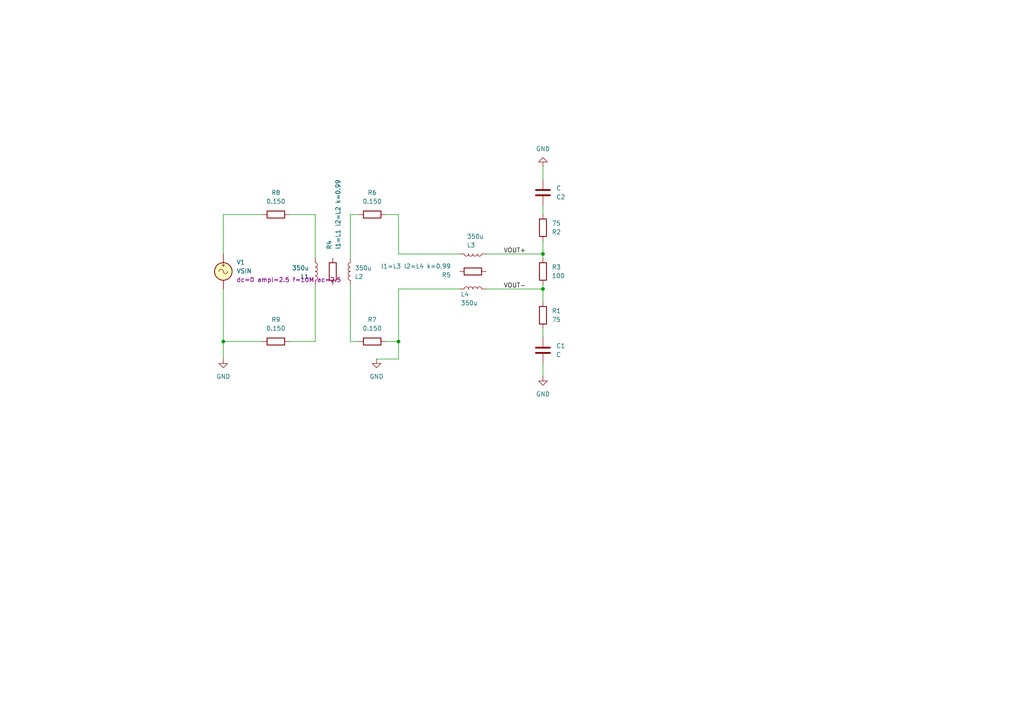
<source format=kicad_sch>
(kicad_sch (version 20231120) (generator "eeschema") (generator_version "8.0")
  (paper "A4")
  (lib_symbols
    (symbol "Device:C" (pin_numbers hide) (pin_names (offset 0.254))
      (property "Reference" "C" (at 0.635 2.54 0))
      (property "Value" "C" (at 0.635 -2.54 0))
      (symbol "C_0_1"
        (polyline (pts (xy -2.032 -0.762) (xy 2.032 -0.762)) (stroke (width 0.508)))
        (polyline (pts (xy -2.032 0.762) (xy 2.032 0.762)) (stroke (width 0.508)))
      )
      (symbol "C_1_1"
        (pin passive line (at 0 3.81 270) (length 2.794) (name "~") (number "1"))
        (pin passive line (at 0 -3.81 90) (length 2.794) (name "~") (number "2"))
      )
    )
    (symbol "Device:L" (pin_numbers hide) (pin_names (offset 1.016) hide)
      (property "Reference" "L" (at -1.27 0 90))
      (property "Value" "L" (at 1.905 0 90))
      (symbol "L_0_1"
        (arc (start 0 -2.54) (mid 0.6323 -1.905) (end 0 -1.27))
        (arc (start 0 -1.27) (mid 0.6323 -0.635) (end 0 0))
        (arc (start 0 0) (mid 0.6323 0.635) (end 0 1.27))
        (arc (start 0 1.27) (mid 0.6323 1.905) (end 0 2.54))
      )
      (symbol "L_1_1"
        (pin passive line (at 0 3.81 270) (length 1.27) (name "1") (number "1"))
        (pin passive line (at 0 -3.81 90) (length 1.27) (name "2") (number "2"))
      )
    )
    (symbol "Device:R" (pin_numbers hide) (pin_names (offset 0))
      (property "Reference" "R" (at 2.032 0 90))
      (property "Value" "R" (at 0 0 90))
      (symbol "R_0_1"
        (rectangle (start -1.016 -2.54) (end 1.016 2.54) (stroke (width 0.254)))
      )
      (symbol "R_1_1"
        (pin passive line (at 0 3.81 270) (length 1.27) (name "~") (number "1"))
        (pin passive line (at 0 -3.81 90) (length 1.27) (name "~") (number "2"))
      )
    )
    (symbol "Simulation_SPICE:VSIN" (pin_numbers hide) (pin_names (offset 0.0254))
      (property "Reference" "V" (at 2.54 2.54 0))
      (property "Value" "VSIN" (at 2.54 0 0))
      (property "Sim.Params" "dc=0 ampl=1 f=1k ac=1" (at 2.54 -2.54 0))
      (symbol "VSIN_0_0"
        (arc (start 0 0) (mid -0.635 0.6323) (end -1.27 0))
        (arc (start 0 0) (mid 0.635 -0.6323) (end 1.27 0))
        (text "+" (at 0 1.905 0) (effects (font (size 1.27 1.27))))
      )
      (symbol "VSIN_0_1"
        (circle (center 0 0) (radius 2.54) (stroke (width 0.254)) (fill (type background)))
      )
      (symbol "VSIN_1_1"
        (pin passive line (at 0 5.08 270) (length 2.54) (name "~") (number "1"))
        (pin passive line (at 0 -5.08 90) (length 2.54) (name "~") (number "2"))
      )
    )
    (symbol "power:GND" (power) (pin_numbers hide) (pin_names (offset 0) hide)
      (property "Value" "GND" (at 0 -3.81 0))
      (symbol "GND_0_1"
        (polyline (pts (xy 0 0) (xy 0 -1.27) (xy 1.27 -1.27) (xy 0 -2.54) (xy -1.27 -1.27) (xy 0 -1.27)))
      )
      (symbol "GND_1_1"
        (pin power_in line (at 0 0 270) (length 0) (name "~") (number "1"))
      )
    )
  )
  (junction (at 157.48 83.82))
  (junction (at 157.48 73.66))
  (junction (at 64.77 99.06))
  (junction (at 115.57 99.06))
  (wire (pts (xy 101.6 99.06) (xy 104.14 99.06)))
  (wire (pts (xy 64.77 62.23) (xy 76.2 62.23)))
  (wire (pts (xy 111.76 99.06) (xy 115.57 99.06)))
  (wire (pts (xy 157.48 52.07) (xy 157.48 48.26)))
  (wire (pts (xy 64.77 99.06) (xy 64.77 104.14)))
  (wire (pts (xy 115.57 99.06) (xy 115.57 104.14)))
  (wire (pts (xy 157.48 73.66) (xy 157.48 69.85)))
  (wire (pts (xy 91.44 62.23) (xy 91.44 74.93)))
  (wire (pts (xy 115.57 99.06) (xy 115.57 83.82)))
  (wire (pts (xy 115.57 62.23) (xy 115.57 73.66)))
  (wire (pts (xy 157.48 105.41) (xy 157.48 109.22)))
  (wire (pts (xy 157.48 73.66) (xy 157.48 74.93)))
  (wire (pts (xy 111.76 62.23) (xy 115.57 62.23)))
  (wire (pts (xy 101.6 82.55) (xy 101.6 99.06)))
  (wire (pts (xy 140.97 83.82) (xy 157.48 83.82)))
  (wire (pts (xy 101.6 62.23) (xy 101.6 74.93)))
  (wire (pts (xy 115.57 73.66) (xy 133.35 73.66)))
  (wire (pts (xy 91.44 99.06) (xy 83.82 99.06)))
  (wire (pts (xy 157.48 82.55) (xy 157.48 83.82)))
  (wire (pts (xy 64.77 73.66) (xy 64.77 62.23)))
  (wire (pts (xy 115.57 83.82) (xy 133.35 83.82)))
  (wire (pts (xy 157.48 62.23) (xy 157.48 59.69)))
  (wire (pts (xy 157.48 83.82) (xy 157.48 87.63)))
  (wire (pts (xy 115.57 104.14) (xy 109.22 104.14)))
  (wire (pts (xy 83.82 62.23) (xy 91.44 62.23)))
  (wire (pts (xy 64.77 99.06) (xy 64.77 83.82)))
  (wire (pts (xy 101.6 62.23) (xy 104.14 62.23)))
  (wire (pts (xy 76.2 99.06) (xy 64.77 99.06)))
  (wire (pts (xy 157.48 95.25) (xy 157.48 97.79)))
  (wire (pts (xy 140.97 73.66) (xy 157.48 73.66)))
  (wire (pts (xy 91.44 82.55) (xy 91.44 99.06)))
  (label "VOUT+" (at 146.05 73.66 0))
  (label "VOUT-" (at 146.05 83.82 0))
  (symbol (lib_id "Device:R") (at 107.95 99.06 270) (mirror x) (unit 1)
    (property "Reference" "R7" (at 107.95 92.71 90))
    (property "Value" "0.150" (at 107.95 95.25 90))
    (property "Description" "Resistor" (effects (hide yes)))
  )
  (symbol (lib_id "Device:R") (at 96.52 78.74 0) (unit 1)
    (property "Reference" "R4" (at 95.504 72.39 90) (effects (justify left)))
    (property "Value" "${SIM.PARAMS}" (at 98.044 72.39 90) (effects (justify left)))
    (property "Description" "Resistor" (effects (hide yes)))
    (property "Sim.Device" "K" (effects (hide yes)))
    (property "Sim.Params" "l1=L1 l2=L2 k=0.99" (effects (hide yes)))
  )
  (symbol (lib_id "Device:L") (at 137.16 73.66 270) (unit 1)
    (property "Reference" "L3" (at 135.382 71.12 90) (effects (justify left)))
    (property "Value" "350u" (at 135.382 68.58 90) (effects (justify left)))
    (property "Description" "Inductor" (effects (hide yes)))
  )
  (symbol (lib_id "Device:R") (at 157.48 91.44 0) (unit 1)
    (property "Reference" "R1" (at 160.02 90.1699 0) (effects (justify left)))
    (property "Value" "75" (at 160.02 92.7099 0) (effects (justify left)))
    (property "Description" "Resistor" (effects (hide yes)))
  )
  (symbol (lib_id "Device:R") (at 157.48 66.04 0) (mirror x) (unit 1)
    (property "Reference" "R2" (at 160.02 67.3101 0) (effects (justify left)))
    (property "Value" "75" (at 160.02 64.7701 0) (effects (justify left)))
    (property "Description" "Resistor" (effects (hide yes)))
  )
  (symbol (lib_id "Device:R") (at 137.16 78.74 90) (unit 1)
    (property "Reference" "R5" (at 130.81 79.756 90) (effects (justify left)))
    (property "Value" "${SIM.PARAMS}" (at 130.81 77.216 90) (effects (justify left)))
    (property "Description" "Resistor" (effects (hide yes)))
    (property "Sim.Device" "K" (effects (hide yes)))
    (property "Sim.Params" "l1=L3 l2=L4 k=0.99" (effects (hide yes)))
  )
  (symbol (lib_id "power:GND") (at 64.77 104.14 0) (unit 1)
    (property "Reference" "#PWR03" (effects (hide yes)))
    (property "Value" "GND" (at 64.77 109.22 0))
    (property "Description" "Power symbol creates a global label with name \"GND\" , ground" (effects (hide yes)))
  )
  (symbol (lib_id "Device:R") (at 80.01 62.23 270) (mirror x) (unit 1)
    (property "Reference" "R8" (at 80.01 55.88 90))
    (property "Value" "0.150" (at 80.01 58.42 90))
    (property "Description" "Resistor" (effects (hide yes)))
  )
  (symbol (lib_id "Device:R") (at 107.95 62.23 270) (mirror x) (unit 1)
    (property "Reference" "R6" (at 107.95 55.88 90))
    (property "Value" "0.150" (at 107.95 58.42 90))
    (property "Description" "Resistor" (effects (hide yes)))
  )
  (symbol (lib_id "Device:L") (at 137.16 83.82 270) (mirror x) (unit 1)
    (property "Reference" "L4" (at 133.604 85.344 90) (effects (justify left)))
    (property "Value" "350u" (at 133.604 87.884 90) (effects (justify left)))
    (property "Description" "Inductor" (effects (hide yes)))
  )
  (symbol (lib_id "power:GND") (at 157.48 109.22 0) (unit 1)
    (property "Reference" "#PWR01" (effects (hide yes)))
    (property "Value" "GND" (at 157.48 114.3 0))
    (property "Description" "Power symbol creates a global label with name \"GND\" , ground" (effects (hide yes)))
  )
  (symbol (lib_id "Device:L") (at 91.44 78.74 0) (unit 1)
    (property "Reference" "L1" (at 89.662 80.264 0) (effects (justify right)))
    (property "Value" "350u" (at 89.662 77.724 0) (effects (justify right)))
    (property "Description" "Inductor" (effects (hide yes)))
  )
  (symbol (lib_id "power:GND") (at 109.22 104.14 0) (unit 1)
    (property "Reference" "#PWR04" (effects (hide yes)))
    (property "Value" "GND" (at 109.22 109.22 0))
    (property "Description" "Power symbol creates a global label with name \"GND\" , ground" (effects (hide yes)))
  )
  (symbol (lib_id "Device:R") (at 80.01 99.06 270) (mirror x) (unit 1)
    (property "Reference" "R9" (at 80.01 92.71 90))
    (property "Value" "0.150" (at 80.01 95.25 90))
    (property "Description" "Resistor" (effects (hide yes)))
  )
  (symbol (lib_id "Device:L") (at 101.6 78.74 0) (mirror y) (unit 1)
    (property "Reference" "L2" (at 102.87 80.264 0) (effects (justify right)))
    (property "Value" "350u" (at 102.87 77.724 0) (effects (justify right)))
    (property "Description" "Inductor" (effects (hide yes)))
  )
  (symbol (lib_id "Device:C") (at 157.48 55.88 0) (mirror x) (unit 1)
    (property "Reference" "C2" (at 161.29 57.1501 0) (effects (justify left)))
    (property "Value" "C" (at 161.29 54.6101 0) (effects (justify left)))
    (property "Description" "Unpolarized capacitor" (effects (hide yes)))
  )
  (symbol (lib_id "Device:R") (at 157.48 78.74 0) (unit 1)
    (property "Reference" "R3" (at 160.02 77.4699 0) (effects (justify left)))
    (property "Value" "100" (at 160.02 80.0099 0) (effects (justify left)))
    (property "Description" "Resistor" (effects (hide yes)))
  )
  (symbol (lib_id "Device:C") (at 157.48 101.6 0) (unit 1)
    (property "Reference" "C1" (at 161.29 100.3299 0) (effects (justify left)))
    (property "Value" "C" (at 161.29 102.8699 0) (effects (justify left)))
    (property "Description" "Unpolarized capacitor" (effects (hide yes)))
  )
  (symbol (lib_id "Simulation_SPICE:VSIN") (at 64.77 78.74 0) (unit 1)
    (property "Reference" "V1" (at 68.58 76.0701 0) (effects (justify left)))
    (property "Value" "VSIN" (at 68.58 78.6101 0) (effects (justify left)))
    (property "Datasheet" "https://ngspice.sourceforge.io/docs/ngspice-html-manual/manual.xhtml#sec_Independent_Sources_for" (effects (hide yes)))
    (property "Description" "Voltage source, sinusoidal" (effects (hide yes)))
    (property "Sim.Pins" "1=+ 2=-" (effects (hide yes)))
    (property "Sim.Params" "dc=0 ampl=2.5 f=10M ac=2.5" (at 68.58 81.1501 0) (effects (justify left)))
    (property "Sim.Type" "SIN" (effects (hide yes)))
    (property "Sim.Device" "V" (effects (hide yes)))
  )
  (symbol (lib_id "power:GND") (at 157.48 48.26 0) (mirror x) (unit 1)
    (property "Reference" "#PWR02" (effects (hide yes)))
    (property "Value" "GND" (at 157.48 43.18 0))
    (property "Description" "Power symbol creates a global label with name \"GND\" , ground" (effects (hide yes)))
  )
)
</source>
